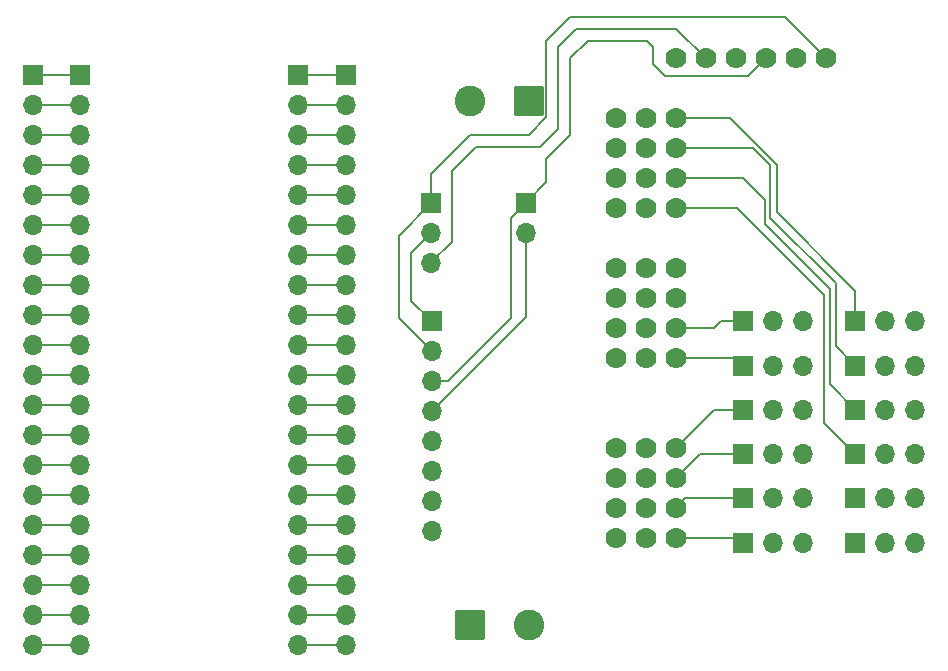
<source format=gbr>
%TF.GenerationSoftware,KiCad,Pcbnew,9.0.0*%
%TF.CreationDate,2025-03-26T16:24:42-04:00*%
%TF.ProjectId,spotmicro18_5mm,73706f74-6d69-4637-926f-31385f356d6d,rev?*%
%TF.SameCoordinates,Original*%
%TF.FileFunction,Copper,L1,Top*%
%TF.FilePolarity,Positive*%
%FSLAX46Y46*%
G04 Gerber Fmt 4.6, Leading zero omitted, Abs format (unit mm)*
G04 Created by KiCad (PCBNEW 9.0.0) date 2025-03-26 16:24:42*
%MOMM*%
%LPD*%
G01*
G04 APERTURE LIST*
G04 Aperture macros list*
%AMRoundRect*
0 Rectangle with rounded corners*
0 $1 Rounding radius*
0 $2 $3 $4 $5 $6 $7 $8 $9 X,Y pos of 4 corners*
0 Add a 4 corners polygon primitive as box body*
4,1,4,$2,$3,$4,$5,$6,$7,$8,$9,$2,$3,0*
0 Add four circle primitives for the rounded corners*
1,1,$1+$1,$2,$3*
1,1,$1+$1,$4,$5*
1,1,$1+$1,$6,$7*
1,1,$1+$1,$8,$9*
0 Add four rect primitives between the rounded corners*
20,1,$1+$1,$2,$3,$4,$5,0*
20,1,$1+$1,$4,$5,$6,$7,0*
20,1,$1+$1,$6,$7,$8,$9,0*
20,1,$1+$1,$8,$9,$2,$3,0*%
G04 Aperture macros list end*
%TA.AperFunction,ComponentPad*%
%ADD10R,1.700000X1.700000*%
%TD*%
%TA.AperFunction,ComponentPad*%
%ADD11O,1.700000X1.700000*%
%TD*%
%TA.AperFunction,ComponentPad*%
%ADD12RoundRect,0.250000X1.050000X1.050000X-1.050000X1.050000X-1.050000X-1.050000X1.050000X-1.050000X0*%
%TD*%
%TA.AperFunction,ComponentPad*%
%ADD13C,2.600000*%
%TD*%
%TA.AperFunction,ComponentPad*%
%ADD14RoundRect,0.250000X-1.050000X-1.050000X1.050000X-1.050000X1.050000X1.050000X-1.050000X1.050000X0*%
%TD*%
%TA.AperFunction,ComponentPad*%
%ADD15C,1.778000*%
%TD*%
%TA.AperFunction,Conductor*%
%ADD16C,0.200000*%
%TD*%
G04 APERTURE END LIST*
D10*
%TO.P,J9,1,Pin_1*%
%TO.N,/PWM-7*%
X146170000Y-88000000D03*
D11*
%TO.P,J9,2,Pin_2*%
%TO.N,/S2-PWR*%
X148710000Y-88000000D03*
%TO.P,J9,3,Pin_3*%
%TO.N,/S2-GND*%
X151250000Y-88000000D03*
%TD*%
D10*
%TO.P,J14,1,Pin_1*%
%TO.N,/ESP-32Pin*%
X90000000Y-63360000D03*
D11*
%TO.P,J14,2,Pin_2*%
X90000000Y-65900000D03*
%TO.P,J14,3,Pin_3*%
X90000000Y-68440000D03*
%TO.P,J14,4,Pin_4*%
X90000000Y-70980000D03*
%TO.P,J14,5,Pin_5*%
X90000000Y-73520000D03*
%TO.P,J14,6,Pin_6*%
X90000000Y-76060000D03*
%TO.P,J14,7,Pin_7*%
X90000000Y-78600000D03*
%TO.P,J14,8,Pin_8*%
X90000000Y-81140000D03*
%TO.P,J14,9,Pin_9*%
X90000000Y-83680000D03*
%TO.P,J14,10,Pin_10*%
X90000000Y-86220000D03*
%TO.P,J14,11,Pin_11*%
X90000000Y-88760000D03*
%TO.P,J14,12,Pin_12*%
X90000000Y-91300000D03*
%TO.P,J14,13,Pin_13*%
X90000000Y-93840000D03*
%TO.P,J14,14,Pin_14*%
X90000000Y-96380000D03*
%TO.P,J14,15,Pin_15*%
X90000000Y-98920000D03*
%TO.P,J14,16,Pin_16*%
X90000000Y-101460000D03*
%TO.P,J14,17,Pin_17*%
X90000000Y-104000000D03*
%TO.P,J14,18,Pin_18*%
X90000000Y-106540000D03*
%TO.P,J14,19,Pin_19*%
X90000000Y-109080000D03*
%TO.P,J14,20,Pin_20*%
X90000000Y-111620000D03*
%TD*%
D10*
%TO.P,J6,1,Pin_1*%
%TO.N,/PWM-4*%
X155670000Y-99250000D03*
D11*
%TO.P,J6,2,Pin_2*%
%TO.N,/S1-PWR*%
X158210000Y-99250000D03*
%TO.P,J6,3,Pin_3*%
%TO.N,/S1-GND*%
X160750000Y-99250000D03*
%TD*%
D10*
%TO.P,J18,1,Pin_1*%
%TO.N,/Global SCL*%
X127750000Y-74250000D03*
D11*
%TO.P,J18,2,Pin_2*%
%TO.N,/Global SDA*%
X127750000Y-76790000D03*
%TD*%
D12*
%TO.P,J21,1,Pin_1*%
%TO.N,/S2-PWR*%
X127993453Y-65577500D03*
D13*
%TO.P,J21,2,Pin_2*%
%TO.N,/S2-GND*%
X122993453Y-65577500D03*
%TD*%
D10*
%TO.P,J4,1,Pin_1*%
%TO.N,/PWM-2*%
X155670000Y-91750000D03*
D11*
%TO.P,J4,2,Pin_2*%
%TO.N,/S1-PWR*%
X158210000Y-91750000D03*
%TO.P,J4,3,Pin_3*%
%TO.N,/S1-GND*%
X160750000Y-91750000D03*
%TD*%
D10*
%TO.P,J17,1,Pin_1*%
%TO.N,/ESP-32Pin*%
X112500000Y-63400000D03*
D11*
%TO.P,J17,2,Pin_2*%
X112500000Y-65940000D03*
%TO.P,J17,3,Pin_3*%
X112500000Y-68480000D03*
%TO.P,J17,4,Pin_4*%
X112500000Y-71020000D03*
%TO.P,J17,5,Pin_5*%
X112500000Y-73560000D03*
%TO.P,J17,6,Pin_6*%
X112500000Y-76100000D03*
%TO.P,J17,7,Pin_7*%
X112500000Y-78640000D03*
%TO.P,J17,8,Pin_8*%
X112500000Y-81180000D03*
%TO.P,J17,9,Pin_9*%
X112500000Y-83720000D03*
%TO.P,J17,10,Pin_10*%
X112500000Y-86260000D03*
%TO.P,J17,11,Pin_11*%
X112500000Y-88800000D03*
%TO.P,J17,12,Pin_12*%
X112500000Y-91340000D03*
%TO.P,J17,13,Pin_13*%
X112500000Y-93880000D03*
%TO.P,J17,14,Pin_14*%
X112500000Y-96420000D03*
%TO.P,J17,15,Pin_15*%
X112500000Y-98960000D03*
%TO.P,J17,16,Pin_16*%
X112500000Y-101500000D03*
%TO.P,J17,17,Pin_17*%
X112500000Y-104040000D03*
%TO.P,J17,18,Pin_18*%
X112500000Y-106580000D03*
%TO.P,J17,19,Pin_19*%
X112500000Y-109120000D03*
%TO.P,J17,20,Pin_20*%
X112500000Y-111660000D03*
%TD*%
D10*
%TO.P,J13,1,Pin_1*%
%TO.N,/PWM-11*%
X146170000Y-103000000D03*
D11*
%TO.P,J13,2,Pin_2*%
%TO.N,/S2-PWR*%
X148710000Y-103000000D03*
%TO.P,J13,3,Pin_3*%
%TO.N,/S2-GND*%
X151250000Y-103000000D03*
%TD*%
D10*
%TO.P,J3,1,Pin_1*%
%TO.N,/PWM-1*%
X155670000Y-88000000D03*
D11*
%TO.P,J3,2,Pin_2*%
%TO.N,/S1-PWR*%
X158210000Y-88000000D03*
%TO.P,J3,3,Pin_3*%
%TO.N,/S1-GND*%
X160750000Y-88000000D03*
%TD*%
D10*
%TO.P,J15,1,Pin_1*%
%TO.N,/ESP-32Pin*%
X108500000Y-63400000D03*
D11*
%TO.P,J15,2,Pin_2*%
X108500000Y-65940000D03*
%TO.P,J15,3,Pin_3*%
X108500000Y-68480000D03*
%TO.P,J15,4,Pin_4*%
X108500000Y-71020000D03*
%TO.P,J15,5,Pin_5*%
X108500000Y-73560000D03*
%TO.P,J15,6,Pin_6*%
X108500000Y-76100000D03*
%TO.P,J15,7,Pin_7*%
X108500000Y-78640000D03*
%TO.P,J15,8,Pin_8*%
X108500000Y-81180000D03*
%TO.P,J15,9,Pin_9*%
X108500000Y-83720000D03*
%TO.P,J15,10,Pin_10*%
X108500000Y-86260000D03*
%TO.P,J15,11,Pin_11*%
X108500000Y-88800000D03*
%TO.P,J15,12,Pin_12*%
X108500000Y-91340000D03*
%TO.P,J15,13,Pin_13*%
X108500000Y-93880000D03*
%TO.P,J15,14,Pin_14*%
X108500000Y-96420000D03*
%TO.P,J15,15,Pin_15*%
X108500000Y-98960000D03*
%TO.P,J15,16,Pin_16*%
X108500000Y-101500000D03*
%TO.P,J15,17,Pin_17*%
X108500000Y-104040000D03*
%TO.P,J15,18,Pin_18*%
X108500000Y-106580000D03*
%TO.P,J15,19,Pin_19*%
X108500000Y-109120000D03*
%TO.P,J15,20,Pin_20*%
X108500000Y-111660000D03*
%TD*%
D10*
%TO.P,J11,1,Pin_1*%
%TO.N,/PWM-9*%
X146170000Y-95500000D03*
D11*
%TO.P,J11,2,Pin_2*%
%TO.N,/S2-PWR*%
X148710000Y-95500000D03*
%TO.P,J11,3,Pin_3*%
%TO.N,/S2-GND*%
X151250000Y-95500000D03*
%TD*%
D14*
%TO.P,J1,1,Pin_1*%
%TO.N,/S1-PWR*%
X123000000Y-110000000D03*
D13*
%TO.P,J1,2,Pin_2*%
%TO.N,/S1-GND*%
X128000000Y-110000000D03*
%TD*%
D10*
%TO.P,J16,1,Pin_1*%
%TO.N,/ESP-32Pin*%
X86000000Y-63360000D03*
D11*
%TO.P,J16,2,Pin_2*%
X86000000Y-65900000D03*
%TO.P,J16,3,Pin_3*%
X86000000Y-68440000D03*
%TO.P,J16,4,Pin_4*%
X86000000Y-70980000D03*
%TO.P,J16,5,Pin_5*%
X86000000Y-73520000D03*
%TO.P,J16,6,Pin_6*%
X86000000Y-76060000D03*
%TO.P,J16,7,Pin_7*%
X86000000Y-78600000D03*
%TO.P,J16,8,Pin_8*%
X86000000Y-81140000D03*
%TO.P,J16,9,Pin_9*%
X86000000Y-83680000D03*
%TO.P,J16,10,Pin_10*%
X86000000Y-86220000D03*
%TO.P,J16,11,Pin_11*%
X86000000Y-88760000D03*
%TO.P,J16,12,Pin_12*%
X86000000Y-91300000D03*
%TO.P,J16,13,Pin_13*%
X86000000Y-93840000D03*
%TO.P,J16,14,Pin_14*%
X86000000Y-96380000D03*
%TO.P,J16,15,Pin_15*%
X86000000Y-98920000D03*
%TO.P,J16,16,Pin_16*%
X86000000Y-101460000D03*
%TO.P,J16,17,Pin_17*%
X86000000Y-104000000D03*
%TO.P,J16,18,Pin_18*%
X86000000Y-106540000D03*
%TO.P,J16,19,Pin_19*%
X86000000Y-109080000D03*
%TO.P,J16,20,Pin_20*%
X86000000Y-111620000D03*
%TD*%
D10*
%TO.P,J8,1,Pin_1*%
%TO.N,/PWM-6*%
X146170000Y-84250000D03*
D11*
%TO.P,J8,2,Pin_2*%
%TO.N,/S2-PWR*%
X148710000Y-84250000D03*
%TO.P,J8,3,Pin_3*%
%TO.N,/S2-GND*%
X151250000Y-84250000D03*
%TD*%
D10*
%TO.P,J5,1,Pin_1*%
%TO.N,/PWM-3*%
X155670000Y-95500000D03*
D11*
%TO.P,J5,2,Pin_2*%
%TO.N,/S1-PWR*%
X158210000Y-95500000D03*
%TO.P,J5,3,Pin_3*%
%TO.N,/S1-GND*%
X160750000Y-95500000D03*
%TD*%
D10*
%TO.P,J10,1,Pin_1*%
%TO.N,/PWM-8*%
X146170000Y-91750000D03*
D11*
%TO.P,J10,2,Pin_2*%
%TO.N,/S2-PWR*%
X148710000Y-91750000D03*
%TO.P,J10,3,Pin_3*%
%TO.N,/S2-GND*%
X151250000Y-91750000D03*
%TD*%
D10*
%TO.P,J20,1,Pin_1*%
%TO.N,/ESP32-3v3*%
X119800000Y-84260000D03*
D11*
%TO.P,J20,2,Pin_2*%
%TO.N,/ESP32-GND*%
X119800000Y-86800000D03*
%TO.P,J20,3,Pin_3*%
%TO.N,/Global SCL*%
X119800000Y-89340000D03*
%TO.P,J20,4,Pin_4*%
%TO.N,/Global SDA*%
X119800000Y-91880000D03*
%TO.P,J20,5,Pin_5*%
%TO.N,unconnected-(J20-Pin_5-Pad5)*%
X119800000Y-94420000D03*
%TO.P,J20,6,Pin_6*%
%TO.N,unconnected-(J20-Pin_6-Pad6)*%
X119800000Y-96960000D03*
%TO.P,J20,7,Pin_7*%
%TO.N,unconnected-(J20-Pin_7-Pad7)*%
X119800000Y-99500000D03*
%TO.P,J20,8,Pin_8*%
%TO.N,unconnected-(J20-Pin_8-Pad8)*%
X119800000Y-102040000D03*
%TD*%
D10*
%TO.P,J12,1,Pin_1*%
%TO.N,/PWM-10*%
X146170000Y-99250000D03*
D11*
%TO.P,J12,2,Pin_2*%
%TO.N,/S2-PWR*%
X148710000Y-99250000D03*
%TO.P,J12,3,Pin_3*%
%TO.N,/S2-GND*%
X151250000Y-99250000D03*
%TD*%
D10*
%TO.P,J19,1,Pin_1*%
%TO.N,/ESP32-GND*%
X119750000Y-74210000D03*
D11*
%TO.P,J19,2,Pin_2*%
%TO.N,/ESP32-3v3*%
X119750000Y-76750000D03*
%TO.P,J19,3,Pin_3*%
%TO.N,/ESP32-5v*%
X119750000Y-79290000D03*
%TD*%
D10*
%TO.P,J7,1,Pin_1*%
%TO.N,/PWM-5*%
X155670000Y-103000000D03*
D11*
%TO.P,J7,2,Pin_2*%
%TO.N,/S1-PWR*%
X158210000Y-103000000D03*
%TO.P,J7,3,Pin_3*%
%TO.N,/S1-GND*%
X160750000Y-103000000D03*
%TD*%
D15*
%TO.P,U2,0,PWM_0*%
%TO.N,/PWM-0*%
X140440000Y-67050000D03*
%TO.P,U2,1,PWM_1*%
%TO.N,/PWM-1*%
X140440000Y-69590000D03*
%TO.P,U2,2,PWM_2*%
%TO.N,/PWM-2*%
X140440000Y-72130000D03*
%TO.P,U2,3,PWM_3*%
%TO.N,/PWM-3*%
X140440000Y-74670000D03*
%TO.P,U2,4,PWM_4*%
%TO.N,/PWM-4*%
X140440000Y-79750000D03*
%TO.P,U2,5,PWM_5*%
%TO.N,/PWM-5*%
X140440000Y-82290000D03*
%TO.P,U2,6,PWM_6*%
%TO.N,/PWM-6*%
X140440000Y-84830000D03*
%TO.P,U2,7,PWM_7*%
%TO.N,/PWM-7*%
X140440000Y-87370000D03*
%TO.P,U2,8,PWM_8*%
%TO.N,/PWM-8*%
X140440000Y-94990000D03*
%TO.P,U2,9,PWM_9*%
%TO.N,/PWM-9*%
X140440000Y-97530000D03*
%TO.P,U2,10,PWM_10*%
%TO.N,/PWM-10*%
X140440000Y-100070000D03*
%TO.P,U2,11,PWM_11*%
%TO.N,/PWM-11*%
X140440000Y-102610000D03*
%TO.P,U2,GND_1,GND*%
%TO.N,/ESP32-GND*%
X153140000Y-61970000D03*
%TO.P,U2,GND_3*%
%TO.N,N/C*%
X135360000Y-67050000D03*
%TO.P,U2,GND_4*%
X135360000Y-69590000D03*
%TO.P,U2,GND_5*%
X135360000Y-72130000D03*
%TO.P,U2,GND_6*%
X135360000Y-74670000D03*
%TO.P,U2,GND_7*%
X135360000Y-79750000D03*
%TO.P,U2,GND_8*%
X135360000Y-82290000D03*
%TO.P,U2,GND_9*%
X135360000Y-84830000D03*
%TO.P,U2,GND_10*%
X135360000Y-87370000D03*
%TO.P,U2,GND_11*%
X135360000Y-94990000D03*
%TO.P,U2,GND_12*%
X135360000Y-97530000D03*
%TO.P,U2,GND_13*%
X135360000Y-100070000D03*
%TO.P,U2,GND_14*%
X135360000Y-102610000D03*
%TO.P,U2,OE_1*%
X150600000Y-61970000D03*
%TO.P,U2,SCL_1,SCL*%
%TO.N,/Global SCL*%
X148060000Y-61970000D03*
%TO.P,U2,SDA_1,SDA*%
%TO.N,/Global SDA*%
X145520000Y-61970000D03*
%TO.P,U2,V+_1,V+*%
%TO.N,unconnected-(U2-V+-PadV+_1)*%
X140440000Y-61970000D03*
%TO.P,U2,V+_3*%
%TO.N,N/C*%
X137900000Y-67050000D03*
%TO.P,U2,V+_4*%
X137900000Y-69590000D03*
%TO.P,U2,V+_5*%
X137900000Y-72130000D03*
%TO.P,U2,V+_6*%
X137900000Y-74670000D03*
%TO.P,U2,V+_7*%
X137900000Y-79750000D03*
%TO.P,U2,V+_8*%
X137900000Y-82290000D03*
%TO.P,U2,V+_9*%
X137900000Y-84830000D03*
%TO.P,U2,V+_10*%
X137900000Y-87370000D03*
%TO.P,U2,V+_11*%
X137900000Y-94990000D03*
%TO.P,U2,V+_12*%
X137900000Y-97530000D03*
%TO.P,U2,V+_13*%
X137900000Y-100070000D03*
%TO.P,U2,V+_14*%
X137900000Y-102610000D03*
%TO.P,U2,VCC_1,VCC*%
%TO.N,/ESP32-5v*%
X142980000Y-61970000D03*
%TD*%
D10*
%TO.P,J2,1,Pin_1*%
%TO.N,/PWM-0*%
X155670000Y-84250000D03*
D11*
%TO.P,J2,2,Pin_2*%
%TO.N,/S1-PWR*%
X158210000Y-84250000D03*
%TO.P,J2,3,Pin_3*%
%TO.N,/S1-GND*%
X160750000Y-84250000D03*
%TD*%
D16*
%TO.N,/PWM-0*%
X149000000Y-71000000D02*
X149000000Y-75000000D01*
X145050000Y-67050000D02*
X149000000Y-71000000D01*
X149000000Y-75000000D02*
X155670000Y-81670000D01*
X140440000Y-67050000D02*
X145050000Y-67050000D01*
X155670000Y-81670000D02*
X155670000Y-84250000D01*
%TO.N,/PWM-1*%
X148467157Y-71032843D02*
X148467157Y-75467157D01*
X148467157Y-75467157D02*
X154000000Y-81000000D01*
X154000000Y-86330000D02*
X155670000Y-88000000D01*
X147024314Y-69590000D02*
X148467157Y-71032843D01*
X154000000Y-81000000D02*
X154000000Y-86330000D01*
X140440000Y-69590000D02*
X147024314Y-69590000D01*
%TO.N,/PWM-2*%
X155670000Y-91750000D02*
X153500000Y-89580000D01*
X153500000Y-89580000D02*
X153500000Y-81500000D01*
X148000000Y-74000000D02*
X146130000Y-72130000D01*
X146130000Y-72130000D02*
X140440000Y-72130000D01*
X148000000Y-76000000D02*
X148000000Y-74000000D01*
X153500000Y-81500000D02*
X148000000Y-76000000D01*
%TO.N,/PWM-3*%
X153000000Y-92830000D02*
X155670000Y-95500000D01*
X145670000Y-74670000D02*
X153000000Y-82000000D01*
X140440000Y-74670000D02*
X145670000Y-74670000D01*
X153000000Y-82000000D02*
X153000000Y-92830000D01*
%TO.N,/PWM-6*%
X143670000Y-84830000D02*
X144250000Y-84250000D01*
X140440000Y-84830000D02*
X143670000Y-84830000D01*
X144250000Y-84250000D02*
X146170000Y-84250000D01*
%TO.N,/PWM-7*%
X145540000Y-87370000D02*
X146170000Y-88000000D01*
X140440000Y-87370000D02*
X145540000Y-87370000D01*
%TO.N,/PWM-8*%
X143680000Y-91750000D02*
X146170000Y-91750000D01*
X140440000Y-94990000D02*
X143680000Y-91750000D01*
%TO.N,/PWM-9*%
X142470000Y-95500000D02*
X146170000Y-95500000D01*
X140440000Y-97530000D02*
X142470000Y-95500000D01*
%TO.N,/PWM-10*%
X140440000Y-100070000D02*
X141260000Y-99250000D01*
X141260000Y-99250000D02*
X146170000Y-99250000D01*
%TO.N,/PWM-11*%
X145780000Y-102610000D02*
X146170000Y-103000000D01*
X140440000Y-102610000D02*
X145780000Y-102610000D01*
%TO.N,/ESP-32Pin*%
X90000000Y-88760000D02*
X86000000Y-88760000D01*
X112500000Y-68480000D02*
X108500000Y-68480000D01*
X90000000Y-98920000D02*
X86000000Y-98920000D01*
X108500000Y-83720000D02*
X112500000Y-83720000D01*
X86000000Y-73520000D02*
X90000000Y-73520000D01*
X112500000Y-101500000D02*
X108500000Y-101500000D01*
X112500000Y-96420000D02*
X108500000Y-96420000D01*
X112500000Y-76100000D02*
X108500000Y-76100000D01*
X90000000Y-65900000D02*
X86000000Y-65900000D01*
X86000000Y-93840000D02*
X90000000Y-93840000D01*
X108500000Y-98960000D02*
X112500000Y-98960000D01*
X86000000Y-101460000D02*
X90000000Y-101460000D01*
X112500000Y-81180000D02*
X108500000Y-81180000D01*
X108500000Y-71020000D02*
X112500000Y-71020000D01*
X112500000Y-104040000D02*
X108500000Y-104040000D01*
X112500000Y-86260000D02*
X108500000Y-86260000D01*
X112500000Y-106580000D02*
X108500000Y-106580000D01*
X108500000Y-93880000D02*
X112500000Y-93880000D01*
X90000000Y-106540000D02*
X86000000Y-106540000D01*
X108500000Y-88800000D02*
X112500000Y-88800000D01*
X112500000Y-91340000D02*
X108500000Y-91340000D01*
X112500000Y-111660000D02*
X108500000Y-111660000D01*
X90000000Y-111620000D02*
X86000000Y-111620000D01*
X90000000Y-91300000D02*
X86000000Y-91300000D01*
X108500000Y-73560000D02*
X112500000Y-73560000D01*
X90000000Y-76060000D02*
X86000000Y-76060000D01*
X108500000Y-109120000D02*
X112500000Y-109120000D01*
X86000000Y-78600000D02*
X90000000Y-78600000D01*
X90000000Y-104000000D02*
X86000000Y-104000000D01*
X86000000Y-63360000D02*
X90000000Y-63360000D01*
X90000000Y-96380000D02*
X86000000Y-96380000D01*
X108500000Y-78640000D02*
X112500000Y-78640000D01*
X90000000Y-70980000D02*
X86000000Y-70980000D01*
X86000000Y-68440000D02*
X90000000Y-68440000D01*
X86000000Y-86220000D02*
X90000000Y-86220000D01*
X86000000Y-109080000D02*
X90000000Y-109080000D01*
X90000000Y-81140000D02*
X86000000Y-81140000D01*
X90000000Y-83680000D02*
X86000000Y-83680000D01*
X108500000Y-65940000D02*
X112500000Y-65940000D01*
X108500000Y-63400000D02*
X112500000Y-63400000D01*
%TO.N,/Global SDA*%
X127750000Y-83930000D02*
X119800000Y-91880000D01*
X127750000Y-76790000D02*
X127750000Y-83930000D01*
%TO.N,/Global SCL*%
X129500000Y-70500000D02*
X131500000Y-68500000D01*
X129500000Y-72500000D02*
X129500000Y-70500000D01*
X146530000Y-63500000D02*
X148060000Y-61970000D01*
X133000000Y-60500000D02*
X138000000Y-60500000D01*
X139500000Y-63500000D02*
X146530000Y-63500000D01*
X138500000Y-61000000D02*
X138500000Y-62500000D01*
X131500000Y-62000000D02*
X133000000Y-60500000D01*
X138000000Y-60500000D02*
X138500000Y-61000000D01*
X127750000Y-74250000D02*
X126500000Y-75500000D01*
X126500000Y-84000000D02*
X121160000Y-89340000D01*
X121160000Y-89340000D02*
X119800000Y-89340000D01*
X131500000Y-68500000D02*
X131500000Y-62000000D01*
X126500000Y-75500000D02*
X126500000Y-84000000D01*
X127750000Y-74250000D02*
X129500000Y-72500000D01*
X138500000Y-62500000D02*
X139500000Y-63500000D01*
%TO.N,/ESP32-5v*%
X129000000Y-69500000D02*
X130500000Y-68000000D01*
X130500000Y-68000000D02*
X130500000Y-61000000D01*
X130500000Y-61000000D02*
X132000000Y-59500000D01*
X119750000Y-79250000D02*
X121500000Y-77500000D01*
X121500000Y-71500000D02*
X123500000Y-69500000D01*
X119750000Y-79290000D02*
X119750000Y-79250000D01*
X123500000Y-69500000D02*
X129000000Y-69500000D01*
X140510000Y-59500000D02*
X142980000Y-61970000D01*
X121500000Y-77500000D02*
X121500000Y-71500000D01*
X132000000Y-59500000D02*
X140510000Y-59500000D01*
%TO.N,/ESP32-GND*%
X119750000Y-71750000D02*
X123000000Y-68500000D01*
X123000000Y-68500000D02*
X128000000Y-68500000D01*
X129500000Y-60500000D02*
X131500000Y-58500000D01*
X119750000Y-74210000D02*
X119750000Y-74250000D01*
X119750000Y-74210000D02*
X119750000Y-71750000D01*
X149670000Y-58500000D02*
X153140000Y-61970000D01*
X119750000Y-74250000D02*
X117000000Y-77000000D01*
X128000000Y-68500000D02*
X129500000Y-67000000D01*
X129500000Y-67000000D02*
X129500000Y-60500000D01*
X117000000Y-77000000D02*
X117000000Y-84000000D01*
X117000000Y-84000000D02*
X119800000Y-86800000D01*
X131500000Y-58500000D02*
X149670000Y-58500000D01*
%TO.N,/ESP32-3v3*%
X118040000Y-82500000D02*
X119800000Y-84260000D01*
X119750000Y-76750000D02*
X118000000Y-78500000D01*
X118000000Y-78500000D02*
X118000000Y-82500000D01*
X118000000Y-82500000D02*
X118040000Y-82500000D01*
%TD*%
M02*

</source>
